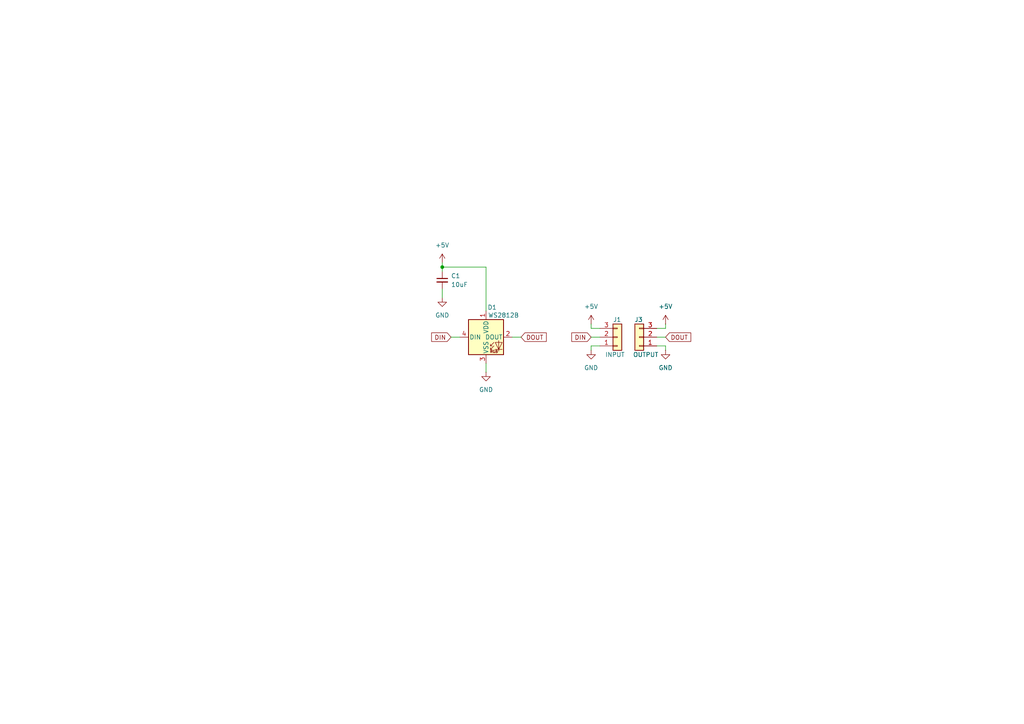
<source format=kicad_sch>
(kicad_sch (version 20231120) (generator "eeschema") (generator_version "8.0")
  (paper "A4")
  (title_block (title "WS2812 Breakout") (date "2024-11-09") (rev "A") (company "Victor Krook"))
  (lib_symbols
    (symbol "Connector_Generic:Conn_01x03" (pin_names (offset 1.016) hide)
      (property "Reference" "J" (at 0 5.08 0))
      (property "Value" "Conn_01x03" (at 0 -5.08 0))
      (symbol "Conn_01x03_1_1"
        (rectangle (start -1.27 -2.413) (end 0 -2.667) (stroke (width 0.1524)))
        (rectangle (start -1.27 0.127) (end 0 -0.127) (stroke (width 0.1524)))
        (rectangle (start -1.27 2.667) (end 0 2.413) (stroke (width 0.1524)))
        (rectangle (start -1.27 3.81) (end 1.27 -3.81) (stroke (width 0.254)) (fill (type background)))
        (pin passive line (at -5.08 2.54 0) (length 3.81) (name "Pin_1") (number "1"))
        (pin passive line (at -5.08 0 0) (length 3.81) (name "Pin_2") (number "2"))
        (pin passive line (at -5.08 -2.54 0) (length 3.81) (name "Pin_3") (number "3"))
      )
    )
    (symbol "Device:C_Small" (pin_numbers hide) (pin_names (offset 0.254) hide)
      (property "Reference" "C" (at 0.254 1.778 0))
      (property "Value" "C_Small" (at 0.254 -2.032 0))
      (symbol "C_Small_0_1"
        (polyline (pts (xy -1.524 -0.508) (xy 1.524 -0.508)) (stroke (width 0.3302)))
        (polyline (pts (xy -1.524 0.508) (xy 1.524 0.508)) (stroke (width 0.3048)))
      )
      (symbol "C_Small_1_1"
        (pin passive line (at 0 2.54 270) (length 2.032) (name "~") (number "1"))
        (pin passive line (at 0 -2.54 90) (length 2.032) (name "~") (number "2"))
      )
    )
    (symbol "LED:WS2812B" (pin_names (offset 0.254))
      (property "Reference" "D" (at 5.08 5.715 0))
      (property "Value" "WS2812B" (at 1.27 -5.715 0))
      (symbol "WS2812B_0_0"
        (text "RGB" (at 2.286 -4.191 0) (effects (font (size 0.762 0.762))))
      )
      (symbol "WS2812B_0_1"
        (polyline (pts (xy 1.27 -3.556) (xy 1.778 -3.556)))
        (polyline (pts (xy 1.27 -2.54) (xy 1.778 -2.54)))
        (polyline (pts (xy 4.699 -3.556) (xy 2.667 -3.556)))
        (polyline (pts (xy 2.286 -2.54) (xy 1.27 -3.556) (xy 1.27 -3.048)))
        (polyline (pts (xy 2.286 -1.524) (xy 1.27 -2.54) (xy 1.27 -2.032)))
        (polyline (pts (xy 3.683 -1.016) (xy 3.683 -3.556) (xy 3.683 -4.064)))
        (polyline (pts (xy 4.699 -1.524) (xy 2.667 -1.524) (xy 3.683 -3.556) (xy 4.699 -1.524)))
        (rectangle (start 5.08 5.08) (end -5.08 -5.08) (stroke (width 0.254)) (fill (type background)))
      )
      (symbol "WS2812B_1_1"
        (pin power_in line (at 0 7.62 270) (length 2.54) (name "VDD") (number "1"))
        (pin output line (at 7.62 0 180) (length 2.54) (name "DOUT") (number "2"))
        (pin power_in line (at 0 -7.62 90) (length 2.54) (name "VSS") (number "3"))
        (pin input line (at -7.62 0 0) (length 2.54) (name "DIN") (number "4"))
      )
    )
    (symbol "power:+5V" (power) (pin_numbers hide) (pin_names (offset 0) hide)
      (property "Value" "+5V" (at 0 3.556 0))
      (symbol "+5V_0_1"
        (polyline (pts (xy -0.762 1.27) (xy 0 2.54)))
        (polyline (pts (xy 0 0) (xy 0 2.54)))
        (polyline (pts (xy 0 2.54) (xy 0.762 1.27)))
      )
      (symbol "+5V_1_1"
        (pin power_in line (at 0 0 90) (length 0) (name "~") (number "1"))
      )
    )
    (symbol "power:GND" (power) (pin_numbers hide) (pin_names (offset 0) hide)
      (property "Value" "GND" (at 0 -3.81 0))
      (symbol "GND_0_1"
        (polyline (pts (xy 0 0) (xy 0 -1.27) (xy 1.27 -1.27) (xy 0 -2.54) (xy -1.27 -1.27) (xy 0 -1.27)))
      )
      (symbol "GND_1_1"
        (pin power_in line (at 0 0 270) (length 0) (name "~") (number "1"))
      )
    )
  )
  (junction (at 128.27 77.47))
  (wire (pts (xy 193.04 97.79) (xy 190.5 97.79)))
  (wire (pts (xy 130.81 97.79) (xy 133.35 97.79)))
  (wire (pts (xy 128.27 83.82) (xy 128.27 86.36)))
  (wire (pts (xy 128.27 76.2) (xy 128.27 77.47)))
  (wire (pts (xy 171.45 100.33) (xy 173.99 100.33)))
  (wire (pts (xy 148.59 97.79) (xy 151.13 97.79)))
  (wire (pts (xy 128.27 77.47) (xy 128.27 78.74)))
  (wire (pts (xy 193.04 95.25) (xy 190.5 95.25)))
  (wire (pts (xy 128.27 77.47) (xy 140.97 77.47)))
  (wire (pts (xy 171.45 101.6) (xy 171.45 100.33)))
  (wire (pts (xy 171.45 97.79) (xy 173.99 97.79)))
  (wire (pts (xy 171.45 93.98) (xy 171.45 95.25)))
  (wire (pts (xy 140.97 105.41) (xy 140.97 107.95)))
  (wire (pts (xy 171.45 95.25) (xy 173.99 95.25)))
  (wire (pts (xy 193.04 93.98) (xy 193.04 95.25)))
  (wire (pts (xy 140.97 77.47) (xy 140.97 90.17)))
  (wire (pts (xy 193.04 101.6) (xy 193.04 100.33)))
  (wire (pts (xy 193.04 100.33) (xy 190.5 100.33)))
  (global_label "DIN" (shape input) (at 171.45 97.79 180) (property "Intersheetrefs" "${INTERSHEET_REFS}" (effects (hide yes))))
  (global_label "DIN" (shape input) (at 130.81 97.79 180) (property "Intersheetrefs" "${INTERSHEET_REFS}" (effects (hide yes))))
  (global_label "DOUT" (shape input) (at 193.04 97.79 0) (property "Intersheetrefs" "${INTERSHEET_REFS}" (effects (hide yes))))
  (global_label "DOUT" (shape input) (at 151.13 97.79 0) (property "Intersheetrefs" "${INTERSHEET_REFS}" (effects (hide yes))))
  (symbol (lib_id "power:GND") (at 128.27 86.36 0) (unit 1)
    (property "Reference" "#PWR03" (effects (hide yes)))
    (property "Value" "GND" (at 128.27 91.44 0))
    (property "Description" "Power symbol creates a global label with name \"GND\" , ground" (effects (hide yes)))
  )
  (symbol (lib_id "Connector_Generic:Conn_01x03") (at 185.42 97.79 180) (unit 1)
    (property "Reference" "J3" (at 186.436 92.71 0) (effects (justify left)))
    (property "Value" "OUTPUT" (at 191.008 102.87 0) (effects (justify left)))
    (property "Footprint" "custom:Conn_3_2_SMD" (effects (hide yes)))
    (property "Description" "Generic connector, single row, 01x03, script generated (kicad-library-utils/schlib/autogen/connector/)" (effects (hide yes)))
  )
  (symbol (lib_id "LED:WS2812B") (at 140.97 97.79 0) (unit 1)
    (property "Reference" "D1" (at 142.748 89.154 0))
    (property "Value" "WS2812B" (at 146.05 91.44 0))
    (property "Footprint" "custom:LED_WS2812B_PLCC4_5.0x5.0mm_P3.2mm_NoSilk" (effects (hide yes)))
    (property "Datasheet" "https://cdn-shop.adafruit.com/datasheets/WS2812B.pdf" (effects (hide yes)))
    (property "Description" "RGB LED with integrated controller" (effects (hide yes)))
  )
  (symbol (lib_id "Connector_Generic:Conn_01x03") (at 179.07 97.79 0) (mirror x) (unit 1)
    (property "Reference" "J1" (at 177.8 92.71 0) (effects (justify left)))
    (property "Value" "INPUT" (at 175.514 102.87 0) (effects (justify left)))
    (property "Footprint" "custom:Conn_3_2_SMD" (effects (hide yes)))
    (property "Description" "Generic connector, single row, 01x03, script generated (kicad-library-utils/schlib/autogen/connector/)" (effects (hide yes)))
  )
  (symbol (lib_id "power:GND") (at 193.04 101.6 0) (mirror y) (unit 1)
    (property "Reference" "#PWR07" (effects (hide yes)))
    (property "Value" "GND" (at 193.04 106.68 0))
    (property "Description" "Power symbol creates a global label with name \"GND\" , ground" (effects (hide yes)))
  )
  (symbol (lib_id "power:+5V") (at 128.27 76.2 0) (unit 1)
    (property "Reference" "#PWR02" (effects (hide yes)))
    (property "Value" "+5V" (at 128.27 71.12 0))
    (property "Description" "Power symbol creates a global label with name \"+5V\"" (effects (hide yes)))
  )
  (symbol (lib_id "Device:C_Small") (at 128.27 81.28 0) (unit 1)
    (property "Reference" "C1" (at 130.81 80.0162 0) (effects (justify left)))
    (property "Value" "10uF" (at 130.81 82.5562 0) (effects (justify left)))
    (property "Footprint" "custom:C_0603_1608Metric_NoSilk" (effects (hide yes)))
    (property "Description" "Unpolarized capacitor, small symbol" (effects (hide yes)))
  )
  (symbol (lib_id "power:+5V") (at 171.45 93.98 0) (unit 1)
    (property "Reference" "#PWR05" (effects (hide yes)))
    (property "Value" "+5V" (at 171.45 88.9 0))
    (property "Description" "Power symbol creates a global label with name \"+5V\"" (effects (hide yes)))
  )
  (symbol (lib_id "power:GND") (at 140.97 107.95 0) (unit 1)
    (property "Reference" "#PWR01" (effects (hide yes)))
    (property "Value" "GND" (at 140.97 113.03 0))
    (property "Description" "Power symbol creates a global label with name \"GND\" , ground" (effects (hide yes)))
  )
  (symbol (lib_id "power:GND") (at 171.45 101.6 0) (unit 1)
    (property "Reference" "#PWR04" (effects (hide yes)))
    (property "Value" "GND" (at 171.45 106.68 0))
    (property "Description" "Power symbol creates a global label with name \"GND\" , ground" (effects (hide yes)))
  )
  (symbol (lib_id "power:+5V") (at 193.04 93.98 0) (mirror y) (unit 1)
    (property "Reference" "#PWR06" (effects (hide yes)))
    (property "Value" "+5V" (at 193.04 88.9 0))
    (property "Description" "Power symbol creates a global label with name \"+5V\"" (effects (hide yes)))
  )
)
</source>
